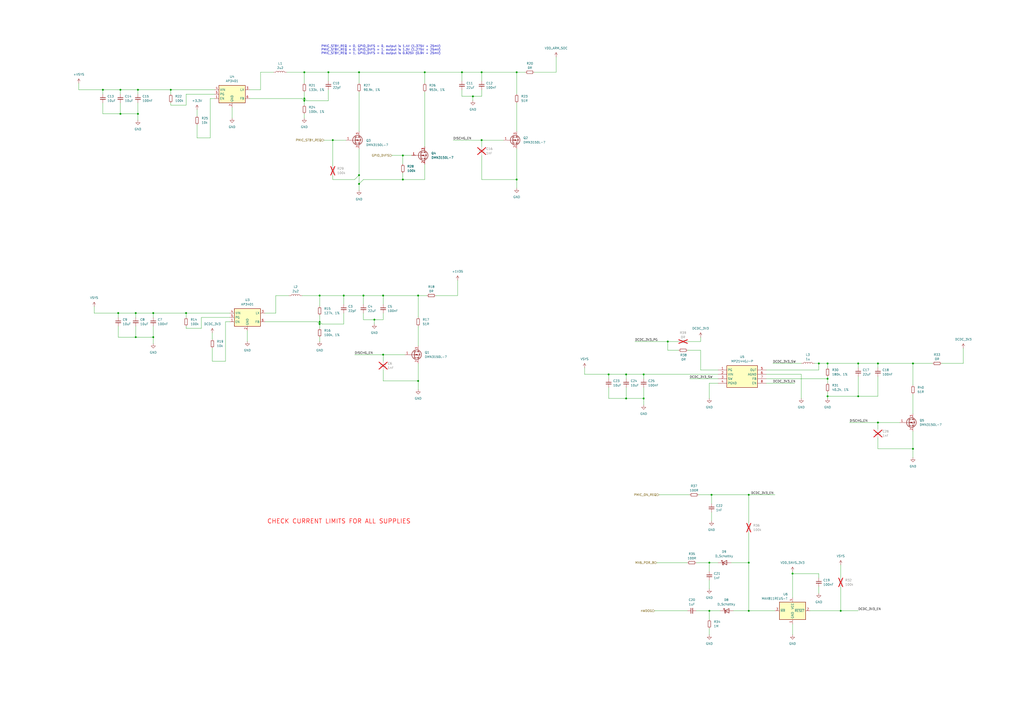
<source format=kicad_sch>
(kicad_sch (version 20250114) (generator "eeschema") (generator_version "9.0")
  (paper "A2")
  (lib_symbols
    (symbol "Device:C_Small" (pin_numbers (hide yes)) (pin_names (offset 0.254) (hide yes))
      (property "Reference" "C" (at 0.254 1.778 0))
      (property "Value" "C_Small" (at 0.254 -2.032 0))
      (symbol "C_Small_1_1"
        (pin passive line (at 0 2.54 270) (length 2.032) (name "~") (number "1"))
        (pin passive line (at 0 -2.54 90) (length 2.032) (name "~") (number "2"))
      )
    )
    (symbol "Device:D_Schottky" (pin_numbers (hide yes)) (pin_names (offset 1.016) (hide yes))
      (property "Reference" "D" (at 0 2.54 0))
      (property "Value" "D_Schottky" (at 0 -2.54 0))
      (symbol "D_Schottky_1_1"
        (pin passive line (at -3.81 0 0) (length 2.54) (name "K") (number "1"))
        (pin passive line (at 3.81 0 180) (length 2.54) (name "A") (number "2"))
      )
    )
    (symbol "Device:L" (pin_numbers (hide yes)) (pin_names (offset 1.016) (hide yes))
      (property "Reference" "L" (at -1.27 0 90))
      (property "Value" "L" (at 1.905 0 90))
      (symbol "L_1_1"
        (pin passive line (at 0 3.81 270) (length 1.27) (name "1") (number "1"))
        (pin passive line (at 0 -3.81 90) (length 1.27) (name "2") (number "2"))
      )
    )
    (symbol "Device:R_Small" (pin_numbers (hide yes)) (pin_names (offset 0.254) (hide yes))
      (property "Reference" "R" (at 0.762 0.508 0))
      (property "Value" "R_Small" (at 0.762 -1.016 0))
      (symbol "R_Small_1_1"
        (pin passive line (at 0 2.54 270) (length 0.762) (name "~") (number "1"))
        (pin passive line (at 0 -2.54 90) (length 0.762) (name "~") (number "2"))
      )
    )
    (symbol "NXP_SBC:MP2144GJ-P"
      (property "Reference" "U" (at 5.08 7.62 0))
      (property "Value" "MP2144GJ-P" (at 5.08 5.08 0))
      (symbol "MP2144GJ-P_1_1"
        (pin passive line (at 0 0 0) (length 5.08) (name "PG") (number "1"))
        (pin passive line (at 0 -2.54 0) (length 5.08) (name "VIN") (number "2"))
        (pin passive line (at 0 -5.08 0) (length 5.08) (name "SW") (number "3"))
        (pin passive line (at 0 -7.62 0) (length 5.08) (name "PGND") (number "4"))
        (pin passive line (at 27.94 0 180) (length 5.08) (name "OUT") (number "5"))
        (pin passive line (at 27.94 -2.54 180) (length 5.08) (name "AGND") (number "6"))
        (pin passive line (at 27.94 -5.08 180) (length 5.08) (name "FB") (number "7"))
        (pin passive line (at 27.94 -7.62 180) (length 5.08) (name "EN") (number "8"))
      )
    )
    (symbol "Power_Supervisor:MAX811REUS-T"
      (property "Reference" "U" (at -7.62 6.35 0))
      (property "Value" "MAX811REUS-T" (at 1.27 6.35 0))
      (symbol "MAX811REUS-T_1_1"
        (pin input line (at -10.16 0 0) (length 2.54) (name "~{MR}") (number "3"))
        (pin power_in line (at 0 7.62 270) (length 2.54) (name "VCC") (number "4"))
        (pin power_in line (at 0 -7.62 90) (length 2.54) (name "GND") (number "1"))
        (pin output line (at 10.16 0 180) (length 2.54) (name "~{RESET}") (number "2"))
      )
    )
    (symbol "Regulator_Switching:AP3402"
      (property "Reference" "U" (at -7.62 6.35 0))
      (property "Value" "AP3402" (at 5.08 6.35 0))
      (symbol "AP3402_1_1"
        (pin power_in line (at -10.16 2.54 0) (length 2.54) (name "VIN") (number "4"))
        (pin input line (at -10.16 0 0) (length 2.54) (name "PG") (number "5"))
        (pin input line (at -10.16 -2.54 0) (length 2.54) (name "EN") (number "1"))
        (pin power_in line (at 0 -7.62 90) (length 2.54) (name "GND") (number "2"))
        (pin power_out line (at 10.16 2.54 180) (length 2.54) (name "LX") (number "3"))
        (pin input line (at 10.16 -2.54 180) (length 2.54) (name "FB") (number "6"))
      )
    )
    (symbol "Transistor_FET:DMN3150L" (pin_names (hide yes))
      (property "Reference" "Q" (at 5.08 1.905 0))
      (property "Value" "DMN3150L" (at 5.08 0 0))
      (symbol "DMN3150L_1_1"
        (pin input line (at -5.08 0 0) (length 2.54) (name "G") (number "1"))
        (pin passive line (at 2.54 5.08 270) (length 2.54) (name "D") (number "3"))
        (pin passive line (at 2.54 -5.08 90) (length 2.54) (name "S") (number "2"))
      )
    )
    (symbol "power:+1V35" (power) (pin_numbers (hide yes)) (pin_names (offset 0) (hide yes))
      (property "Value" "+1V35" (at 0 3.556 0))
      (symbol "+1V35_1_1"
        (pin power_in line (at 0 0 90) (length 0) (name "~") (number "1"))
      )
    )
    (symbol "power:+3.3V" (power) (pin_numbers (hide yes)) (pin_names (offset 0) (hide yes))
      (property "Value" "+3.3V" (at 0 3.556 0))
      (symbol "+3.3V_1_1"
        (pin power_in line (at 0 0 90) (length 0) (name "~") (number "1"))
      )
    )
    (symbol "power:+VSW" (power) (pin_numbers (hide yes)) (pin_names (offset 0) (hide yes))
      (property "Value" "+VSW" (at 0 3.556 0))
      (symbol "+VSW_1_1"
        (pin power_in line (at 0 0 90) (length 0) (name "~") (number "1"))
      )
    )
    (symbol "power:GND" (power) (pin_numbers (hide yes)) (pin_names (offset 0) (hide yes))
      (property "Value" "GND" (at 0 -3.81 0))
      (symbol "GND_1_1"
        (pin power_in line (at 0 0 270) (length 0) (name "~") (number "1"))
      )
    )
  )
  (text "PMIC_STBY_REQ = 0, GPIO_DVFS = 0, output is 1.4V (1.375V + 25mV)\nPMIC_STBY_REQ = 0, GPIO_DVFS = 1, output is 1.3V (1.275V + 25mV)\nPMIC_STBY_REQ = 1, GPIO_DVFS = 0, output is 0.925V (0.9V + 25mV)" (at 220.98 28.956 0) (effects (font (size 1.27 1.27))))
  (text "CHECK CURRENT LIMITS FOR ALL SUPPLIES" (at 196.596 302.514 0) (effects (font (size 2.54 2.54) (thickness 0.254) (bold yes))))
  (junction (at 208.28 41.91))
  (junction (at 107.95 181.61))
  (junction (at 497.84 210.82))
  (junction (at 487.68 354.33))
  (junction (at 176.53 58.42))
  (junction (at 353.06 217.17))
  (junction (at 185.42 171.45))
  (junction (at 69.85 52.07))
  (junction (at 176.53 57.15))
  (junction (at 299.72 41.91))
  (junction (at 387.35 198.12))
  (junction (at 480.06 219.71))
  (junction (at 363.22 217.17))
  (junction (at 80.01 52.07))
  (junction (at 459.74 332.74))
  (junction (at 210.82 171.45))
  (junction (at 80.01 66.04))
  (junction (at 267.97 41.91))
  (junction (at 246.38 41.91))
  (junction (at 88.9 181.61))
  (junction (at 69.85 66.04))
  (junction (at 434.34 354.33))
  (junction (at 242.57 220.98))
  (junction (at 222.25 171.45))
  (junction (at 434.34 326.39))
  (junction (at 59.69 52.07))
  (junction (at 88.9 195.58))
  (junction (at 529.59 260.35))
  (junction (at 274.32 55.88))
  (junction (at 208.28 106.68))
  (junction (at 434.34 287.02))
  (junction (at 185.42 187.96))
  (junction (at 208.28 101.6))
  (junction (at 68.58 181.61))
  (junction (at 480.06 210.82))
  (junction (at 363.22 231.14))
  (junction (at 279.4 81.28))
  (junction (at 279.4 41.91))
  (junction (at 373.38 231.14))
  (junction (at 373.38 217.17))
  (junction (at 497.84 229.87))
  (junction (at 176.53 41.91))
  (junction (at 509.27 210.82))
  (junction (at 509.27 245.11))
  (junction (at 411.48 326.39))
  (junction (at 185.42 186.69))
  (junction (at 193.04 81.28))
  (junction (at 78.74 195.58))
  (junction (at 233.68 90.17))
  (junction (at 242.57 171.45))
  (junction (at 474.98 210.82))
  (junction (at 299.72 104.14))
  (junction (at 222.25 205.74))
  (junction (at 217.17 185.42))
  (junction (at 199.39 171.45))
  (junction (at 78.74 181.61))
  (junction (at 529.59 210.82))
  (junction (at 412.75 287.02))
  (junction (at 190.5 41.91))
  (junction (at 480.06 229.87))
  (junction (at 99.06 52.07))
  (junction (at 411.48 354.33))
  (junction (at 233.68 104.14))
  (wire (pts (xy 474.98 210.82) (xy 472.44 210.82)))
  (wire (pts (xy 151.13 41.91) (xy 151.13 52.07)))
  (wire (pts (xy 480.06 229.87) (xy 480.06 231.14)))
  (wire (pts (xy 160.02 171.45) (xy 160.02 181.61)))
  (wire (pts (xy 509.27 245.11) (xy 509.27 248.92)))
  (wire (pts (xy 116.84 190.5) (xy 116.84 184.15)))
  (wire (pts (xy 208.28 41.91) (xy 208.28 48.26)))
  (wire (pts (xy 78.74 189.23) (xy 78.74 195.58)))
  (wire (pts (xy 487.68 340.36) (xy 487.68 354.33)))
  (wire (pts (xy 208.28 41.91) (xy 190.5 41.91)))
  (wire (pts (xy 416.56 222.25) (xy 411.48 222.25)))
  (wire (pts (xy 406.4 198.12) (xy 406.4 195.58)))
  (wire (pts (xy 265.43 171.45) (xy 265.43 162.56)))
  (wire (pts (xy 492.76 245.11) (xy 509.27 245.11)))
  (wire (pts (xy 412.75 287.02) (xy 434.34 287.02)))
  (wire (pts (xy 186.69 187.96) (xy 185.42 186.69)))
  (wire (pts (xy 151.13 41.91) (xy 158.75 41.91)))
  (wire (pts (xy 558.8 210.82) (xy 558.8 201.93)))
  (wire (pts (xy 185.42 195.58) (xy 185.42 198.12)))
  (wire (pts (xy 45.72 48.26) (xy 45.72 52.07)))
  (wire (pts (xy 393.7 203.2) (xy 387.35 203.2)))
  (wire (pts (xy 88.9 181.61) (xy 107.95 181.61)))
  (wire (pts (xy 107.95 181.61) (xy 133.35 181.61)))
  (wire (pts (xy 509.27 260.35) (xy 529.59 260.35)))
  (wire (pts (xy 210.82 181.61) (xy 210.82 185.42)))
  (wire (pts (xy 246.38 53.34) (xy 246.38 85.09)))
  (wire (pts (xy 143.51 191.77) (xy 143.51 198.12)))
  (wire (pts (xy 80.01 66.04) (xy 80.01 69.85)))
  (wire (pts (xy 487.68 354.33) (xy 497.84 354.33)))
  (wire (pts (xy 199.39 187.96) (xy 186.69 187.96)))
  (wire (pts (xy 274.32 55.88) (xy 279.4 55.88)))
  (wire (pts (xy 529.59 210.82) (xy 529.59 223.52)))
  (wire (pts (xy 69.85 52.07) (xy 80.01 52.07)))
  (wire (pts (xy 210.82 171.45) (xy 199.39 171.45)))
  (wire (pts (xy 184.15 186.69) (xy 185.42 187.96)))
  (wire (pts (xy 246.38 104.14) (xy 233.68 104.14)))
  (wire (pts (xy 222.25 171.45) (xy 210.82 171.45)))
  (wire (pts (xy 133.35 186.69) (xy 130.81 186.69)))
  (wire (pts (xy 381 326.39) (xy 398.78 326.39)))
  (wire (pts (xy 373.38 217.17) (xy 373.38 219.71)))
  (wire (pts (xy 233.68 90.17) (xy 238.76 90.17)))
  (wire (pts (xy 459.74 332.74) (xy 474.98 332.74)))
  (wire (pts (xy 210.82 185.42) (xy 217.17 185.42)))
  (wire (pts (xy 227.33 90.17) (xy 233.68 90.17)))
  (wire (pts (xy 208.28 101.6) (xy 208.28 106.68)))
  (wire (pts (xy 222.25 205.74) (xy 222.25 209.55)))
  (wire (pts (xy 193.04 104.14) (xy 205.74 104.14)))
  (wire (pts (xy 121.92 57.15) (xy 121.92 80.01)))
  (wire (pts (xy 116.84 184.15) (xy 133.35 184.15)))
  (wire (pts (xy 353.06 224.79) (xy 353.06 231.14)))
  (wire (pts (xy 363.22 217.17) (xy 373.38 217.17)))
  (wire (pts (xy 412.75 287.02) (xy 412.75 292.1)))
  (wire (pts (xy 267.97 52.07) (xy 267.97 55.88)))
  (wire (pts (xy 434.34 308.61) (xy 434.34 326.39)))
  (wire (pts (xy 406.4 214.63) (xy 416.56 214.63)))
  (wire (pts (xy 107.95 189.23) (xy 107.95 190.5)))
  (wire (pts (xy 497.84 213.36) (xy 497.84 210.82)))
  (wire (pts (xy 69.85 52.07) (xy 69.85 54.61)))
  (wire (pts (xy 474.98 340.36) (xy 474.98 344.17)))
  (wire (pts (xy 54.61 181.61) (xy 68.58 181.61)))
  (wire (pts (xy 434.34 287.02) (xy 449.58 287.02)))
  (wire (pts (xy 185.42 177.8) (xy 185.42 171.45)))
  (wire (pts (xy 210.82 104.14) (xy 233.68 104.14)))
  (wire (pts (xy 412.75 297.18) (xy 412.75 302.26)))
  (wire (pts (xy 309.88 41.91) (xy 322.58 41.91)))
  (wire (pts (xy 160.02 171.45) (xy 167.64 171.45)))
  (wire (pts (xy 222.25 181.61) (xy 222.25 185.42)))
  (wire (pts (xy 459.74 361.95) (xy 459.74 368.3)))
  (wire (pts (xy 176.53 66.04) (xy 176.53 68.58)))
  (wire (pts (xy 403.86 354.33) (xy 411.48 354.33)))
  (wire (pts (xy 411.48 354.33) (xy 411.48 359.41)))
  (wire (pts (xy 279.4 52.07) (xy 279.4 55.88)))
  (wire (pts (xy 107.95 54.61) (xy 124.46 54.61)))
  (wire (pts (xy 45.72 52.07) (xy 59.69 52.07)))
  (wire (pts (xy 222.25 220.98) (xy 242.57 220.98)))
  (wire (pts (xy 425.45 354.33) (xy 434.34 354.33)))
  (wire (pts (xy 222.25 205.74) (xy 234.95 205.74)))
  (wire (pts (xy 267.97 46.99) (xy 267.97 41.91)))
  (wire (pts (xy 185.42 182.88) (xy 185.42 186.69)))
  (wire (pts (xy 509.27 210.82) (xy 497.84 210.82)))
  (wire (pts (xy 242.57 220.98) (xy 242.57 226.06)))
  (wire (pts (xy 68.58 181.61) (xy 78.74 181.61)))
  (wire (pts (xy 546.1 210.82) (xy 558.8 210.82)))
  (wire (pts (xy 175.26 57.15) (xy 176.53 58.42)))
  (wire (pts (xy 299.72 59.69) (xy 299.72 76.2)))
  (wire (pts (xy 509.27 218.44) (xy 509.27 229.87)))
  (wire (pts (xy 69.85 66.04) (xy 80.01 66.04)))
  (wire (pts (xy 199.39 181.61) (xy 199.39 187.96)))
  (wire (pts (xy 233.68 100.33) (xy 233.68 104.14)))
  (wire (pts (xy 279.4 90.17) (xy 279.4 104.14)))
  (wire (pts (xy 166.37 41.91) (xy 176.53 41.91)))
  (wire (pts (xy 88.9 181.61) (xy 88.9 184.15)))
  (wire (pts (xy 78.74 195.58) (xy 88.9 195.58)))
  (wire (pts (xy 210.82 176.53) (xy 210.82 171.45)))
  (wire (pts (xy 444.5 214.63) (xy 474.98 214.63)))
  (wire (pts (xy 134.62 62.23) (xy 134.62 68.58)))
  (wire (pts (xy 80.01 52.07) (xy 80.01 54.61)))
  (wire (pts (xy 210.82 104.14) (xy 208.28 106.68)))
  (wire (pts (xy 353.06 231.14) (xy 363.22 231.14)))
  (wire (pts (xy 88.9 195.58) (xy 88.9 199.39)))
  (wire (pts (xy 411.48 336.55) (xy 411.48 341.63)))
  (wire (pts (xy 242.57 189.23) (xy 242.57 200.66)))
  (wire (pts (xy 68.58 195.58) (xy 78.74 195.58)))
  (wire (pts (xy 497.84 218.44) (xy 497.84 229.87)))
  (wire (pts (xy 252.73 171.45) (xy 265.43 171.45)))
  (wire (pts (xy 246.38 95.25) (xy 246.38 104.14)))
  (wire (pts (xy 279.4 41.91) (xy 299.72 41.91)))
  (wire (pts (xy 123.19 209.55) (xy 123.19 201.93)))
  (wire (pts (xy 267.97 41.91) (xy 246.38 41.91)))
  (wire (pts (xy 339.09 217.17) (xy 353.06 217.17)))
  (wire (pts (xy 193.04 101.6) (xy 193.04 104.14)))
  (wire (pts (xy 497.84 229.87) (xy 480.06 229.87)))
  (wire (pts (xy 405.13 287.02) (xy 412.75 287.02)))
  (wire (pts (xy 382.27 287.02) (xy 400.05 287.02)))
  (wire (pts (xy 373.38 231.14) (xy 373.38 234.95)))
  (wire (pts (xy 339.09 213.36) (xy 339.09 217.17)))
  (wire (pts (xy 107.95 181.61) (xy 107.95 184.15)))
  (wire (pts (xy 279.4 46.99) (xy 279.4 41.91)))
  (wire (pts (xy 444.5 219.71) (xy 480.06 219.71)))
  (wire (pts (xy 176.53 58.42) (xy 176.53 60.96)))
  (wire (pts (xy 299.72 41.91) (xy 299.72 54.61)))
  (wire (pts (xy 322.58 41.91) (xy 322.58 33.02)))
  (wire (pts (xy 114.3 80.01) (xy 114.3 72.39)))
  (wire (pts (xy 373.38 224.79) (xy 373.38 231.14)))
  (wire (pts (xy 175.26 171.45) (xy 185.42 171.45)))
  (wire (pts (xy 114.3 63.5) (xy 114.3 67.31)))
  (wire (pts (xy 363.22 224.79) (xy 363.22 231.14)))
  (wire (pts (xy 68.58 181.61) (xy 68.58 184.15)))
  (wire (pts (xy 107.95 60.96) (xy 107.95 54.61)))
  (wire (pts (xy 222.25 176.53) (xy 222.25 171.45)))
  (wire (pts (xy 400.05 219.71) (xy 416.56 219.71)))
  (wire (pts (xy 509.27 254) (xy 509.27 260.35)))
  (wire (pts (xy 487.68 327.66) (xy 487.68 335.28)))
  (wire (pts (xy 279.4 81.28) (xy 279.4 85.09)))
  (wire (pts (xy 185.42 187.96) (xy 185.42 190.5)))
  (wire (pts (xy 59.69 66.04) (xy 69.85 66.04)))
  (wire (pts (xy 121.92 80.01) (xy 114.3 80.01)))
  (wire (pts (xy 353.06 217.17) (xy 353.06 219.71)))
  (wire (pts (xy 387.35 198.12) (xy 393.7 198.12)))
  (wire (pts (xy 373.38 217.17) (xy 416.56 217.17)))
  (wire (pts (xy 242.57 210.82) (xy 242.57 220.98)))
  (wire (pts (xy 497.84 210.82) (xy 480.06 210.82)))
  (wire (pts (xy 99.06 60.96) (xy 107.95 60.96)))
  (wire (pts (xy 444.5 222.25) (xy 461.01 222.25)))
  (wire (pts (xy 368.3 198.12) (xy 387.35 198.12)))
  (wire (pts (xy 176.53 48.26) (xy 176.53 41.91)))
  (wire (pts (xy 509.27 210.82) (xy 529.59 210.82)))
  (wire (pts (xy 480.06 219.71) (xy 480.06 222.25)))
  (wire (pts (xy 459.74 331.47) (xy 459.74 332.74)))
  (wire (pts (xy 529.59 250.19) (xy 529.59 260.35)))
  (wire (pts (xy 509.27 245.11) (xy 521.97 245.11)))
  (wire (pts (xy 160.02 181.61) (xy 153.67 181.61)))
  (wire (pts (xy 124.46 57.15) (xy 121.92 57.15)))
  (wire (pts (xy 387.35 203.2) (xy 387.35 198.12)))
  (wire (pts (xy 217.17 187.96) (xy 217.17 185.42)))
  (wire (pts (xy 59.69 52.07) (xy 59.69 54.61)))
  (wire (pts (xy 177.8 58.42) (xy 176.53 57.15)))
  (wire (pts (xy 99.06 52.07) (xy 124.46 52.07)))
  (wire (pts (xy 190.5 58.42) (xy 177.8 58.42)))
  (wire (pts (xy 99.06 52.07) (xy 99.06 54.61)))
  (wire (pts (xy 233.68 90.17) (xy 233.68 95.25)))
  (wire (pts (xy 123.19 193.04) (xy 123.19 196.85)))
  (wire (pts (xy 487.68 354.33) (xy 469.9 354.33)))
  (wire (pts (xy 68.58 189.23) (xy 68.58 195.58)))
  (wire (pts (xy 208.28 86.36) (xy 208.28 101.6)))
  (wire (pts (xy 222.25 214.63) (xy 222.25 220.98)))
  (wire (pts (xy 193.04 81.28) (xy 200.66 81.28)))
  (wire (pts (xy 208.28 53.34) (xy 208.28 76.2)))
  (wire (pts (xy 130.81 209.55) (xy 123.19 209.55)))
  (wire (pts (xy 199.39 171.45) (xy 185.42 171.45)))
  (wire (pts (xy 411.48 364.49) (xy 411.48 368.3)))
  (wire (pts (xy 459.74 332.74) (xy 459.74 346.71)))
  (wire (pts (xy 80.01 52.07) (xy 99.06 52.07)))
  (wire (pts (xy 434.34 303.53) (xy 434.34 287.02)))
  (wire (pts (xy 398.78 198.12) (xy 406.4 198.12)))
  (wire (pts (xy 59.69 59.69) (xy 59.69 66.04)))
  (wire (pts (xy 80.01 59.69) (xy 80.01 66.04)))
  (wire (pts (xy 480.06 227.33) (xy 480.06 229.87)))
  (wire (pts (xy 78.74 181.61) (xy 78.74 184.15)))
  (wire (pts (xy 529.59 260.35) (xy 529.59 265.43)))
  (wire (pts (xy 217.17 185.42) (xy 222.25 185.42)))
  (wire (pts (xy 363.22 217.17) (xy 363.22 219.71)))
  (wire (pts (xy 190.5 52.07) (xy 190.5 58.42)))
  (wire (pts (xy 279.4 41.91) (xy 267.97 41.91)))
  (wire (pts (xy 151.13 52.07) (xy 144.78 52.07)))
  (wire (pts (xy 411.48 326.39) (xy 416.56 326.39)))
  (wire (pts (xy 208.28 106.68) (xy 208.28 110.49)))
  (wire (pts (xy 199.39 176.53) (xy 199.39 171.45)))
  (wire (pts (xy 480.06 213.36) (xy 480.06 210.82)))
  (wire (pts (xy 403.86 326.39) (xy 411.48 326.39)))
  (wire (pts (xy 69.85 59.69) (xy 69.85 66.04)))
  (wire (pts (xy 59.69 52.07) (xy 69.85 52.07)))
  (wire (pts (xy 185.42 186.69) (xy 185.42 187.96)))
  (wire (pts (xy 78.74 181.61) (xy 88.9 181.61)))
  (wire (pts (xy 411.48 222.25) (xy 411.48 231.14)))
  (wire (pts (xy 444.5 217.17) (xy 464.82 217.17)))
  (wire (pts (xy 474.98 332.74) (xy 474.98 335.28)))
  (wire (pts (xy 267.97 55.88) (xy 274.32 55.88)))
  (wire (pts (xy 448.31 210.82) (xy 464.82 210.82)))
  (wire (pts (xy 464.82 217.17) (xy 464.82 231.14)))
  (wire (pts (xy 99.06 59.69) (xy 99.06 60.96)))
  (wire (pts (xy 242.57 171.45) (xy 242.57 184.15)))
  (wire (pts (xy 411.48 326.39) (xy 411.48 331.47)))
  (wire (pts (xy 474.98 214.63) (xy 474.98 210.82)))
  (wire (pts (xy 190.5 46.99) (xy 190.5 41.91)))
  (wire (pts (xy 246.38 41.91) (xy 246.38 48.26)))
  (wire (pts (xy 379.73 354.33) (xy 398.78 354.33)))
  (wire (pts (xy 130.81 186.69) (xy 130.81 209.55)))
  (wire (pts (xy 299.72 86.36) (xy 299.72 104.14)))
  (wire (pts (xy 299.72 41.91) (xy 304.8 41.91)))
  (wire (pts (xy 363.22 231.14) (xy 373.38 231.14)))
  (wire (pts (xy 54.61 177.8) (xy 54.61 181.61)))
  (wire (pts (xy 529.59 228.6) (xy 529.59 240.03)))
  (wire (pts (xy 262.89 81.28) (xy 279.4 81.28)))
  (wire (pts (xy 208.28 41.91) (xy 246.38 41.91)))
  (wire (pts (xy 153.67 186.69) (xy 184.15 186.69)))
  (wire (pts (xy 187.96 81.28) (xy 193.04 81.28)))
  (wire (pts (xy 480.06 218.44) (xy 480.06 219.71)))
  (wire (pts (xy 480.06 210.82) (xy 474.98 210.82)))
  (wire (pts (xy 144.78 57.15) (xy 175.26 57.15)))
  (wire (pts (xy 434.34 326.39) (xy 434.34 354.33)))
  (wire (pts (xy 190.5 41.91) (xy 176.53 41.91)))
  (wire (pts (xy 176.53 53.34) (xy 176.53 57.15)))
  (wire (pts (xy 509.27 229.87) (xy 497.84 229.87)))
  (wire (pts (xy 107.95 190.5) (xy 116.84 190.5)))
  (wire (pts (xy 205.74 104.14) (xy 208.28 101.6)))
  (wire (pts (xy 509.27 213.36) (xy 509.27 210.82)))
  (wire (pts (xy 176.53 57.15) (xy 176.53 58.42)))
  (wire (pts (xy 424.18 326.39) (xy 434.34 326.39)))
  (wire (pts (xy 242.57 171.45) (xy 247.65 171.45)))
  (wire (pts (xy 406.4 203.2) (xy 406.4 214.63)))
  (wire (pts (xy 299.72 104.14) (xy 299.72 109.22)))
  (wire (pts (xy 222.25 171.45) (xy 242.57 171.45)))
  (wire (pts (xy 193.04 81.28) (xy 193.04 96.52)))
  (wire (pts (xy 398.78 203.2) (xy 406.4 203.2)))
  (wire (pts (xy 279.4 81.28) (xy 292.1 81.28)))
  (wire (pts (xy 434.34 354.33) (xy 449.58 354.33)))
  (wire (pts (xy 205.74 205.74) (xy 222.25 205.74)))
  (wire (pts (xy 529.59 210.82) (xy 541.02 210.82)))
  (wire (pts (xy 274.32 58.42) (xy 274.32 55.88)))
  (wire (pts (xy 279.4 104.14) (xy 299.72 104.14)))
  (wire (pts (xy 411.48 354.33) (xy 417.83 354.33)))
  (wire (pts (xy 353.06 217.17) (xy 363.22 217.17)))
  (wire (pts (xy 88.9 189.23) (xy 88.9 195.58)))
  (label "DCDC_3V3_PG" (at 368.3 198.12 0))
  (label "DCDC_3V3_SW" (at 448.31 210.82 0))
  (label "DISCHG_EN" (at 492.76 245.11 0))
  (label "DISCHG_EN" (at 205.74 205.74 0))
  (label "DCDC_3V3_SW" (at 400.05 219.71 0))
  (label "DCDC_3V3_EN" (at 448.31 222.25 0))
  (label "DCDC_3V3_EN" (at 497.84 354.33 0))
  (label "DCDC_3V3_EN" (at 435.61 287.02 0))
  (label "DISCHG_EN" (at 262.89 81.28 0))
  (hierarchical_label "MX6_POR_B" (shape input) (at 381 326.39 180))
  (hierarchical_label "GPIO_DVFS" (shape input) (at 227.33 90.17 180))
  (hierarchical_label "PMIC_STBY_REQ" (shape input) (at 187.96 81.28 180))
  (hierarchical_label "nWDOG" (shape input) (at 379.73 354.33 180))
  (hierarchical_label "PMIC_ON_REQ" (shape input) (at 382.27 287.02 180))
  (symbol (lib_id "power:+VSW") (at 339.09 213.36 0) (unit 1)
    (property "Reference" "#PWR047" (effects (hide yes)))
    (property "Value" "VSYS" (at 339.09 208.28 0))
    (property "Description" "Power symbol creates a global label with name \"+VSW\"" (effects (hide yes)))
  )
  (symbol (lib_id "Device:C_Small") (at 363.22 222.25 0) (unit 1)
    (property "Reference" "C24" (at 365.76 220.9862 0) (effects (justify left)))
    (property "Value" "10uF" (at 365.76 223.5262 0) (effects (justify left)))
    (property "Footprint" "Capacitor_SMD:C_0603_1608Metric_Pad1.08x0.95mm_HandSolder" (effects (hide yes)))
    (property "Description" "Unpolarized capacitor, small symbol" (effects (hide yes)))
  )
  (symbol (lib_id "Device:C_Small") (at 373.38 222.25 0) (unit 1)
    (property "Reference" "C25" (at 375.92 220.9862 0) (effects (justify left)))
    (property "Value" "100nF" (at 375.92 223.5262 0) (effects (justify left)))
    (property "Footprint" "Capacitor_SMD:C_0603_1608Metric_Pad1.08x0.95mm_HandSolder" (effects (hide yes)))
    (property "Description" "Unpolarized capacitor, small symbol" (effects (hide yes)))
  )
  (symbol (lib_id "Regulator_Switching:AP3402") (at 143.51 184.15 0) (unit 1)
    (property "Reference" "U3" (at 143.51 173.99 0))
    (property "Value" "AP3401" (at 143.51 176.53 0))
    (property "Footprint" "Package_TO_SOT_SMD:TSOT-23-6" (effects (hide yes)))
    (property "Datasheet" "https://www.diodes.com/assets/Datasheets/AP3401.pdf" (effects (hide yes)))
    (property "Description" "1.5MHz 1A Step-Down DC-DC Buck Converter, TSOT-23-6" (effects (hide yes)))
  )
  (symbol (lib_id "Transistor_FET:DMN3150L") (at 205.74 81.28 0) (unit 1)
    (property "Reference" "Q3" (at 212.344 81.534 0) (effects (justify left)))
    (property "Value" "DMN3150L-7" (at 212.344 84.074 0) (effects (justify left)))
    (property "Footprint" "Package_TO_SOT_SMD:SOT-23" (effects (hide yes)))
    (property "Datasheet" "http://www.diodes.com/assets/Datasheets/ds31126.pdf" (effects (hide yes)))
    (property "Description" "3.8A Id, 30V Vds, N-Channel MOSFET, SOT-23" (effects (hide yes)))
    (property "OC_Mouser" "621-DMN3150L-7" (effects (hide yes)))
  )
  (symbol (lib_id "power:GND") (at 88.9 199.39 0) (unit 1)
    (property "Reference" "#PWR025" (effects (hide yes)))
    (property "Value" "GND" (at 88.9 204.47 0))
    (property "Description" "Power symbol creates a global label with name \"GND\" , ground" (effects (hide yes)))
  )
  (symbol (lib_id "Device:C_Small") (at 353.06 222.25 0) (unit 1)
    (property "Reference" "C23" (at 355.6 220.9862 0) (effects (justify left)))
    (property "Value" "10uF" (at 355.6 223.5262 0) (effects (justify left)))
    (property "Footprint" "Capacitor_SMD:C_0603_1608Metric_Pad1.08x0.95mm_HandSolder" (effects (hide yes)))
    (property "Description" "Unpolarized capacitor, small symbol" (effects (hide yes)))
  )
  (symbol (lib_id "power:GND") (at 411.48 368.3 0) (unit 1)
    (property "Reference" "#PWR043" (effects (hide yes)))
    (property "Value" "GND" (at 411.48 373.38 0))
    (property "Description" "Power symbol creates a global label with name \"GND\" , ground" (effects (hide yes)))
  )
  (symbol (lib_id "Device:C_Small") (at 59.69 57.15 0) (unit 1)
    (property "Reference" "C13" (at 62.23 55.8862 0) (effects (justify left)))
    (property "Value" "10uF" (at 62.23 58.4262 0) (effects (justify left)))
    (property "Footprint" "Capacitor_SMD:C_0603_1608Metric_Pad1.08x0.95mm_HandSolder" (effects (hide yes)))
    (property "Description" "Unpolarized capacitor, small symbol" (effects (hide yes)))
  )
  (symbol (lib_id "power:GND") (at 176.53 68.58 0) (unit 1)
    (property "Reference" "#PWR032" (effects (hide yes)))
    (property "Value" "GND" (at 176.53 73.66 0))
    (property "Description" "Power symbol creates a global label with name \"GND\" , ground" (effects (hide yes)))
  )
  (symbol (lib_id "Device:R_Small") (at 529.59 226.06 0) (unit 1)
    (property "Reference" "R40" (at 532.13 224.7899 0) (effects (justify left)))
    (property "Value" "51R" (at 532.13 227.3299 0) (effects (justify left)))
    (property "Footprint" "Resistor_SMD:R_0603_1608Metric" (effects (hide yes)))
    (property "Description" "Resistor, small symbol" (effects (hide yes)))
  )
  (symbol (lib_id "Transistor_FET:DMN3150L") (at 240.03 205.74 0) (unit 1)
    (property "Reference" "Q1" (at 246.38 204.4699 0) (effects (justify left)))
    (property "Value" "DMN3150L-7" (at 246.38 207.0099 0) (effects (justify left)))
    (property "Footprint" "Package_TO_SOT_SMD:SOT-23" (effects (hide yes)))
    (property "Datasheet" "http://www.diodes.com/assets/Datasheets/ds31126.pdf" (effects (hide yes)))
    (property "Description" "3.8A Id, 30V Vds, N-Channel MOSFET, SOT-23" (effects (hide yes)))
    (property "OC_Mouser" "621-DMN3150L-7" (effects (hide yes)))
  )
  (symbol (lib_id "Device:C_Small") (at 88.9 186.69 0) (unit 1)
    (property "Reference" "C7" (at 91.44 185.4262 0) (effects (justify left)))
    (property "Value" "100nF" (at 91.44 187.9662 0) (effects (justify left)))
    (property "Footprint" "Capacitor_SMD:C_0603_1608Metric_Pad1.08x0.95mm_HandSolder" (effects (hide yes)))
    (property "Description" "Unpolarized capacitor, small symbol" (effects (hide yes)))
  )
  (symbol (lib_id "Device:D_Schottky") (at 421.64 354.33 0) (unit 1)
    (property "Reference" "D8" (at 421.3225 347.98 0))
    (property "Value" "D_Schottky" (at 421.3225 350.52 0))
    (property "Footprint" "Diode_SMD:D_0603_1608Metric_Pad1.05x0.95mm_HandSolder" (effects (hide yes)))
    (property "Description" "Schottky diode" (effects (hide yes)))
  )
  (symbol (lib_id "Device:R_Small") (at 176.53 50.8 0) (unit 1)
    (property "Reference" "R21" (at 179.07 49.5299 0) (effects (justify left)))
    (property "Value" "133k, 1%" (at 179.07 52.0699 0) (effects (justify left)))
    (property "Footprint" "Resistor_SMD:R_0603_1608Metric" (effects (hide yes)))
    (property "Description" "Resistor, small symbol" (effects (hide yes)))
  )
  (symbol (lib_id "Device:R_Small") (at 434.34 306.07 0) (unit 1) (dnp yes)
    (property "Reference" "R36" (at 436.88 304.7999 0) (effects (justify left)))
    (property "Value" "100k" (at 436.88 307.3399 0) (effects (justify left)))
    (property "Footprint" "Resistor_SMD:R_0603_1608Metric" (effects (hide yes)))
    (property "Description" "Resistor, small symbol" (effects (hide yes)))
  )
  (symbol (lib_id "Device:R_Small") (at 480.06 215.9 0) (unit 1)
    (property "Reference" "R30" (at 482.6 214.6299 0) (effects (justify left)))
    (property "Value" "180k, 1%" (at 482.6 217.1699 0) (effects (justify left)))
    (property "Footprint" "Resistor_SMD:R_0603_1608Metric" (effects (hide yes)))
    (property "Description" "Resistor, small symbol" (effects (hide yes)))
  )
  (symbol (lib_id "Device:D_Schottky") (at 420.37 326.39 0) (unit 1)
    (property "Reference" "D9" (at 420.0525 320.04 0))
    (property "Value" "D_Schottky" (at 420.0525 322.58 0))
    (property "Footprint" "Diode_SMD:D_0603_1608Metric_Pad1.05x0.95mm_HandSolder" (effects (hide yes)))
    (property "Description" "Schottky diode" (effects (hide yes)))
  )
  (symbol (lib_id "power:+VSW") (at 487.68 327.66 0) (unit 1)
    (property "Reference" "#PWR044" (effects (hide yes)))
    (property "Value" "VSYS" (at 487.68 322.58 0))
    (property "Description" "Power symbol creates a global label with name \"+VSW\"" (effects (hide yes)))
  )
  (symbol (lib_id "Device:C_Small") (at 222.25 179.07 0) (unit 1)
    (property "Reference" "C5" (at 224.79 177.8062 0) (effects (justify left)))
    (property "Value" "100nF" (at 224.79 180.3462 0) (effects (justify left)))
    (property "Footprint" "Capacitor_SMD:C_0603_1608Metric_Pad1.08x0.95mm_HandSolder" (effects (hide yes)))
    (property "Description" "Unpolarized capacitor, small symbol" (effects (hide yes)))
  )
  (symbol (lib_id "power:GND") (at 80.01 69.85 0) (unit 1)
    (property "Reference" "#PWR033" (effects (hide yes)))
    (property "Value" "GND" (at 80.01 74.93 0))
    (property "Description" "Power symbol creates a global label with name \"GND\" , ground" (effects (hide yes)))
  )
  (symbol (lib_id "Device:C_Small") (at 279.4 49.53 0) (unit 1)
    (property "Reference" "C12" (at 281.94 48.2662 0) (effects (justify left)))
    (property "Value" "100nF" (at 281.94 50.8062 0) (effects (justify left)))
    (property "Footprint" "Capacitor_SMD:C_0603_1608Metric_Pad1.08x0.95mm_HandSolder" (effects (hide yes)))
    (property "Description" "Unpolarized capacitor, small symbol" (effects (hide yes)))
  )
  (symbol (lib_id "power:GND") (at 134.62 68.58 0) (unit 1)
    (property "Reference" "#PWR031" (effects (hide yes)))
    (property "Value" "GND" (at 134.62 73.66 0))
    (property "Description" "Power symbol creates a global label with name \"GND\" , ground" (effects (hide yes)))
  )
  (symbol (lib_id "power:GND") (at 185.42 198.12 0) (unit 1)
    (property "Reference" "#PWR020" (effects (hide yes)))
    (property "Value" "GND" (at 185.42 203.2 0))
    (property "Description" "Power symbol creates a global label with name \"GND\" , ground" (effects (hide yes)))
  )
  (symbol (lib_id "Device:R_Small") (at 250.19 171.45 90) (unit 1)
    (property "Reference" "R18" (at 250.19 166.37 90))
    (property "Value" "0R" (at 250.19 168.91 90))
    (property "Footprint" "Resistor_SMD:R_0603_1608Metric" (effects (hide yes)))
    (property "Description" "Resistor, small symbol" (effects (hide yes)))
  )
  (symbol (lib_id "power:GND") (at 412.75 302.26 0) (unit 1)
    (property "Reference" "#PWR046" (effects (hide yes)))
    (property "Value" "GND" (at 412.75 307.34 0))
    (property "Description" "Power symbol creates a global label with name \"GND\" , ground" (effects (hide yes)))
  )
  (symbol (lib_id "Device:C_Small") (at 199.39 179.07 0) (unit 1)
    (property "Reference" "C3" (at 201.93 177.8062 0) (effects (justify left)))
    (property "Value" "22pF" (at 201.93 180.3462 0) (effects (justify left)))
    (property "Footprint" "Capacitor_SMD:C_0603_1608Metric_Pad1.08x0.95mm_HandSolder" (effects (hide yes)))
    (property "Description" "Unpolarized capacitor, small symbol" (effects (hide yes)))
  )
  (symbol (lib_id "power:GND") (at 242.57 226.06 0) (unit 1)
    (property "Reference" "#PWR023" (effects (hide yes)))
    (property "Value" "GND" (at 242.57 231.14 0))
    (property "Description" "Power symbol creates a global label with name \"GND\" , ground" (effects (hide yes)))
  )
  (symbol (lib_id "Device:C_Small") (at 80.01 57.15 0) (unit 1)
    (property "Reference" "C15" (at 82.55 55.8862 0) (effects (justify left)))
    (property "Value" "100nF" (at 82.55 58.4262 0) (effects (justify left)))
    (property "Footprint" "Capacitor_SMD:C_0603_1608Metric_Pad1.08x0.95mm_HandSolder" (effects (hide yes)))
    (property "Description" "Unpolarized capacitor, small symbol" (effects (hide yes)))
  )
  (symbol (lib_id "Device:R_Small") (at 107.95 186.69 0) (unit 1)
    (property "Reference" "R14" (at 110.49 185.4199 0) (effects (justify left)))
    (property "Value" "100k" (at 110.49 187.9599 0) (effects (justify left)))
    (property "Footprint" "Resistor_SMD:R_0603_1608Metric" (effects (hide yes)))
    (property "Description" "Resistor, small symbol" (effects (hide yes)))
  )
  (symbol (lib_id "Transistor_FET:DMN3150L") (at 527.05 245.11 0) (unit 1)
    (property "Reference" "Q5" (at 533.4 243.8399 0) (effects (justify left)))
    (property "Value" "DMN3150L-7" (at 533.4 246.3799 0) (effects (justify left)))
    (property "Footprint" "Package_TO_SOT_SMD:SOT-23" (effects (hide yes)))
    (property "Datasheet" "http://www.diodes.com/assets/Datasheets/ds31126.pdf" (effects (hide yes)))
    (property "Description" "3.8A Id, 30V Vds, N-Channel MOSFET, SOT-23" (effects (hide yes)))
    (property "OC_Mouser" "621-DMN3150L-7" (effects (hide yes)))
  )
  (symbol (lib_id "NXP_SBC:MP2144GJ-P") (at 416.56 214.63 0) (unit 1)
    (property "Reference" "U5" (at 430.53 207.01 0))
    (property "Value" "MP2144GJ-P" (at 430.53 209.55 0))
    (property "Footprint" "NXP_SBC:SOT65P280X100-8N" (effects (hide yes)))
    (property "Datasheet" "http://www.monolithicpower.com/DesktopModules/DocumentManage/API/Document/GetDocument?id=522" (effects (hide yes)))
    (property "Description" "Monolithic Power Systems (MPS), MP2144GJ-P Step-Down Switching Regulator 2A Adjustable, Minimum of 0.6 V, 8-Pin TSOT-23" (effects (hide yes)))
    (property "Height" "1" (effects (hide yes)))
    (property "Mouser Part Number" "946-MP2144GJP" (effects (hide yes)))
    (property "Mouser Price/Stock" "https://www.mouser.co.uk/ProductDetail/Monolithic-Power-Systems-MPS/MP2144GJ-P?qs=Iq7RKQRjpgoW7cEm9TP09w%3D%3D" (effects (hide yes)))
    (property "Manufacturer_Name" "Monolithic Power Systems (MPS)" (effects (hide yes)))
    (property "Manufacturer_Part_Number" "MP2144GJ-P" (effects (hide yes)))
  )
  (symbol (lib_id "Device:R_Small") (at 123.19 199.39 0) (unit 1)
    (property "Reference" "R19" (at 125.73 198.1199 0) (effects (justify left)))
    (property "Value" "10k" (at 125.73 200.6599 0) (effects (justify left)))
    (property "Footprint" "Resistor_SMD:R_0603_1608Metric" (effects (hide yes)))
    (property "Description" "Resistor, small symbol" (effects (hide yes)))
  )
  (symbol (lib_id "Device:C_Small") (at 497.84 215.9 0) (unit 1)
    (property "Reference" "C17" (at 500.38 214.6362 0) (effects (justify left)))
    (property "Value" "22uF" (at 500.38 217.1762 0) (effects (justify left)))
    (property "Footprint" "Capacitor_SMD:C_0603_1608Metric_Pad1.08x0.95mm_HandSolder" (effects (hide yes)))
    (property "Description" "Unpolarized capacitor, small symbol" (effects (hide yes)))
  )
  (symbol (lib_id "power:+1V35") (at 459.74 331.47 0) (unit 1)
    (property "Reference" "#PWR039" (effects (hide yes)))
    (property "Value" "VDD_SNVS_3V3" (at 459.74 326.39 0))
    (property "Description" "Power symbol creates a global label with name \"+1V35\"" (effects (hide yes)))
  )
  (symbol (lib_id "Device:R_Small") (at 193.04 99.06 0) (unit 1) (dnp yes)
    (property "Reference" "R29" (at 195.58 97.7899 0) (effects (justify left)))
    (property "Value" "100k" (at 195.58 100.3299 0) (effects (justify left)))
    (property "Footprint" "Resistor_SMD:R_0603_1608Metric" (effects (hide yes)))
    (property "Description" "Resistor, small symbol" (effects (hide yes)))
  )
  (symbol (lib_id "power:GND") (at 480.06 231.14 0) (unit 1)
    (property "Reference" "#PWR036" (effects (hide yes)))
    (property "Value" "GND" (at 480.06 236.22 0))
    (property "Description" "Power symbol creates a global label with name \"GND\" , ground" (effects (hide yes)))
  )
  (symbol (lib_id "power:GND") (at 474.98 344.17 0) (unit 1)
    (property "Reference" "#PWR041" (effects (hide yes)))
    (property "Value" "GND" (at 474.98 349.25 0))
    (property "Description" "Power symbol creates a global label with name \"GND\" , ground" (effects (hide yes)))
  )
  (symbol (lib_id "Transistor_FET:DMN3150L") (at 297.18 81.28 0) (unit 1)
    (property "Reference" "Q2" (at 303.53 80.0099 0) (effects (justify left)))
    (property "Value" "DMN3150L-7" (at 303.53 82.5499 0) (effects (justify left)))
    (property "Footprint" "Package_TO_SOT_SMD:SOT-23" (effects (hide yes)))
    (property "Datasheet" "http://www.diodes.com/assets/Datasheets/ds31126.pdf" (effects (hide yes)))
    (property "Description" "3.8A Id, 30V Vds, N-Channel MOSFET, SOT-23" (effects (hide yes)))
    (property "OC_Mouser" "621-DMN3150L-7" (effects (hide yes)))
  )
  (symbol (lib_id "Device:C_Small") (at 279.4 87.63 0) (unit 1) (dnp yes)
    (property "Reference" "C16" (at 281.94 86.3662 0) (effects (justify left)))
    (property "Value" "1nF" (at 281.94 88.9062 0) (effects (justify left)))
    (property "Footprint" "Capacitor_SMD:C_0603_1608Metric_Pad1.08x0.95mm_HandSolder" (effects (hide yes)))
    (property "Description" "Unpolarized capacitor, small symbol" (effects (hide yes)))
  )
  (symbol (lib_id "Device:R_Small") (at 246.38 50.8 0) (unit 1)
    (property "Reference" "R26" (at 248.92 49.5299 0) (effects (justify left)))
    (property "Value" "953k, 1%" (at 248.92 52.0699 0) (effects (justify left)))
    (property "Footprint" "Resistor_SMD:R_0603_1608Metric" (effects (hide yes)))
    (property "Description" "Resistor, small symbol" (effects (hide yes)))
  )
  (symbol (lib_id "Device:R_Small") (at 185.42 193.04 0) (unit 1)
    (property "Reference" "R16" (at 187.96 191.7699 0) (effects (justify left)))
    (property "Value" "100k, 1%" (at 187.96 194.3099 0) (effects (justify left)))
    (property "Footprint" "Resistor_SMD:R_0603_1608Metric" (effects (hide yes)))
    (property "Description" "Resistor, small symbol" (effects (hide yes)))
  )
  (symbol (lib_id "Device:R_Small") (at 401.32 326.39 90) (unit 1)
    (property "Reference" "R35" (at 401.32 321.31 90))
    (property "Value" "100R" (at 401.32 323.85 90))
    (property "Footprint" "Resistor_SMD:R_0603_1608Metric" (effects (hide yes)))
    (property "Description" "Resistor, small symbol" (effects (hide yes)))
  )
  (symbol (lib_id "Device:C_Small") (at 412.75 294.64 180) (unit 1)
    (property "Reference" "C22" (at 415.29 293.3635 0) (effects (justify right)))
    (property "Value" "1nF" (at 415.29 295.9035 0) (effects (justify right)))
    (property "Footprint" "Capacitor_SMD:C_0603_1608Metric_Pad1.08x0.95mm_HandSolder" (effects (hide yes)))
    (property "Description" "Unpolarized capacitor, small symbol" (effects (hide yes)))
  )
  (symbol (lib_id "Device:R_Small") (at 402.59 287.02 90) (unit 1)
    (property "Reference" "R37" (at 402.59 281.94 90))
    (property "Value" "100R" (at 402.59 284.48 90))
    (property "Footprint" "Resistor_SMD:R_0603_1608Metric" (effects (hide yes)))
    (property "Description" "Resistor, small symbol" (effects (hide yes)))
  )
  (symbol (lib_id "Device:C_Small") (at 401.32 354.33 90) (unit 1)
    (property "Reference" "C20" (at 401.3263 347.98 90))
    (property "Value" "1uF" (at 401.3263 350.52 90))
    (property "Footprint" "Capacitor_SMD:C_0603_1608Metric_Pad1.08x0.95mm_HandSolder" (effects (hide yes)))
    (property "Description" "Unpolarized capacitor, small symbol" (effects (hide yes)))
  )
  (symbol (lib_id "Device:R_Small") (at 396.24 198.12 90) (unit 1) (dnp yes)
    (property "Reference" "R39" (at 396.24 193.04 90))
    (property "Value" "0R" (at 396.24 195.58 90))
    (property "Footprint" "Resistor_SMD:R_0603_1608Metric" (effects (hide yes)))
    (property "Description" "Resistor, small symbol" (effects (hide yes)))
  )
  (symbol (lib_id "Regulator_Switching:AP3402") (at 134.62 54.61 0) (unit 1)
    (property "Reference" "U4" (at 134.62 44.45 0))
    (property "Value" "AP3401" (at 134.62 46.99 0))
    (property "Footprint" "Package_TO_SOT_SMD:TSOT-23-6" (effects (hide yes)))
    (property "Datasheet" "https://www.diodes.com/assets/Datasheets/AP3401.pdf" (effects (hide yes)))
    (property "Description" "1.5MHz 1A Step-Down DC-DC Buck Converter, TSOT-23-6" (effects (hide yes)))
  )
  (symbol (lib_id "Device:C_Small") (at 509.27 251.46 0) (unit 1) (dnp yes)
    (property "Reference" "C26" (at 511.81 250.1962 0) (effects (justify left)))
    (property "Value" "1nF" (at 511.81 252.7362 0) (effects (justify left)))
    (property "Footprint" "Capacitor_SMD:C_0603_1608Metric_Pad1.08x0.95mm_HandSolder" (effects (hide yes)))
    (property "Description" "Unpolarized capacitor, small symbol" (effects (hide yes)))
  )
  (symbol (lib_id "power:+1V35") (at 265.43 162.56 0) (unit 1)
    (property "Reference" "#PWR022" (effects (hide yes)))
    (property "Value" "+1V35" (at 265.43 157.48 0))
    (property "Description" "Power symbol creates a global label with name \"+1V35\"" (effects (hide yes)))
  )
  (symbol (lib_id "Device:R_Small") (at 114.3 69.85 0) (unit 1)
    (property "Reference" "R25" (at 116.84 68.5799 0) (effects (justify left)))
    (property "Value" "10k" (at 116.84 71.1199 0) (effects (justify left)))
    (property "Footprint" "Resistor_SMD:R_0603_1608Metric" (effects (hide yes)))
    (property "Description" "Resistor, small symbol" (effects (hide yes)))
  )
  (symbol (lib_id "Device:L") (at 171.45 171.45 90) (unit 1)
    (property "Reference" "L2" (at 171.45 166.37 90))
    (property "Value" "2u2" (at 171.45 168.91 90))
    (property "Footprint" "Inductor_SMD:L_7.3x7.3_H3.5" (effects (hide yes)))
    (property "Description" "Inductor" (effects (hide yes)))
    (property "Manufacturer" "Murata" (effects (hide yes)))
    (property "OC_Mouser" "580-46222C" (effects (hide yes)))
    (property "MPN" "46222C" (effects (hide yes)))
  )
  (symbol (lib_id "Device:R_Small") (at 396.24 203.2 90) (unit 1)
    (property "Reference" "R38" (at 396.494 205.994 90))
    (property "Value" "0R" (at 396.494 208.534 90))
    (property "Footprint" "Resistor_SMD:R_0603_1608Metric" (effects (hide yes)))
    (property "Description" "Resistor, small symbol" (effects (hide yes)))
  )
  (symbol (lib_id "Device:C_Small") (at 474.98 337.82 0) (unit 1)
    (property "Reference" "C19" (at 477.52 336.5562 0) (effects (justify left)))
    (property "Value" "100nF" (at 477.52 339.0962 0) (effects (justify left)))
    (property "Footprint" "Capacitor_SMD:C_0603_1608Metric_Pad1.08x0.95mm_HandSolder" (effects (hide yes)))
    (property "Description" "Unpolarized capacitor, small symbol" (effects (hide yes)))
  )
  (symbol (lib_id "Power_Supervisor:MAX811REUS-T") (at 459.74 354.33 0) (unit 1)
    (property "Reference" "U6" (at 455.676 344.678 0))
    (property "Value" "MAX811REUS-T" (at 449.326 347.218 0))
    (property "Footprint" "Package_TO_SOT_SMD:SOT-143" (effects (hide yes)))
    (property "Datasheet" "https://datasheets.maximintegrated.com/en/ds/MAX811-MAX812.pdf" (effects (hide yes)))
    (property "Description" "Power supply supervisor, Manual reset, Threshold 2.63V, SOT-143" (effects (hide yes)))
  )
  (symbol (lib_id "Device:R_Small") (at 99.06 57.15 0) (unit 1)
    (property "Reference" "R22" (at 101.6 55.8799 0) (effects (justify left)))
    (property "Value" "100k" (at 101.6 58.4199 0) (effects (justify left)))
    (property "Footprint" "Resistor_SMD:R_0603_1608Metric" (effects (hide yes)))
    (property "Description" "Resistor, small symbol" (effects (hide yes)))
  )
  (symbol (lib_id "Device:R_Small") (at 176.53 63.5 0) (unit 1)
    (property "Reference" "R24" (at 179.07 62.2299 0) (effects (justify left)))
    (property "Value" "100k, 1%" (at 179.07 64.7699 0) (effects (justify left)))
    (property "Footprint" "Resistor_SMD:R_0603_1608Metric" (effects (hide yes)))
    (property "Description" "Resistor, small symbol" (effects (hide yes)))
  )
  (symbol (lib_id "power:+VSW") (at 45.72 48.26 0) (unit 1)
    (property "Reference" "#PWR028" (effects (hide yes)))
    (property "Value" "+VSYS" (at 45.72 43.18 0))
    (property "Description" "Power symbol creates a global label with name \"+VSW\"" (effects (hide yes)))
  )
  (symbol (lib_id "Device:C_Small") (at 190.5 49.53 0) (unit 1)
    (property "Reference" "C10" (at 193.04 48.2662 0) (effects (justify left)))
    (property "Value" "22pF" (at 193.04 50.8062 0) (effects (justify left)))
    (property "Footprint" "Capacitor_SMD:C_0603_1608Metric_Pad1.08x0.95mm_HandSolder" (effects (hide yes)))
    (property "Description" "Unpolarized capacitor, small symbol" (effects (hide yes)))
  )
  (symbol (lib_id "Device:C_Small") (at 411.48 334.01 180) (unit 1)
    (property "Reference" "C21" (at 414.02 332.7335 0) (effects (justify right)))
    (property "Value" "1nF" (at 414.02 335.2735 0) (effects (justify right)))
    (property "Footprint" "Capacitor_SMD:C_0603_1608Metric_Pad1.08x0.95mm_HandSolder" (effects (hide yes)))
    (property "Description" "Unpolarized capacitor, small symbol" (effects (hide yes)))
  )
  (symbol (lib_id "Device:C_Small") (at 267.97 49.53 0) (unit 1)
    (property "Reference" "C11" (at 270.51 48.2662 0) (effects (justify left)))
    (property "Value" "22uF" (at 270.51 50.8062 0) (effects (justify left)))
    (property "Footprint" "Capacitor_SMD:C_0603_1608Metric_Pad1.08x0.95mm_HandSolder" (effects (hide yes)))
    (property "Description" "Unpolarized capacitor, small symbol" (effects (hide yes)))
  )
  (symbol (lib_id "Device:R_Small") (at 543.56 210.82 90) (unit 1)
    (property "Reference" "R33" (at 543.56 205.74 90))
    (property "Value" "0R" (at 543.56 208.28 90))
    (property "Footprint" "Resistor_SMD:R_0603_1608Metric" (effects (hide yes)))
    (property "Description" "Resistor, small symbol" (effects (hide yes)))
  )
  (symbol (lib_id "Device:R_Small") (at 487.68 337.82 0) (unit 1) (dnp yes)
    (property "Reference" "R32" (at 490.22 336.5499 0) (effects (justify left)))
    (property "Value" "100k" (at 490.22 339.0899 0) (effects (justify left)))
    (property "Footprint" "Resistor_SMD:R_0603_1608Metric" (effects (hide yes)))
    (property "Description" "Resistor, small symbol" (effects (hide yes)))
  )
  (symbol (lib_id "Device:R_Small") (at 233.68 97.79 0) (unit 1)
    (property "Reference" "R28" (at 236.22 96.5199 0) (effects (justify left)))
    (property "Value" "100k" (at 236.22 99.0599 0) (effects (justify left)))
    (property "Footprint" "Resistor_SMD:R_0603_1608Metric" (effects (hide yes)))
    (property "Description" "Resistor, small symbol" (effects (hide yes)))
  )
  (symbol (lib_id "power:GND") (at 274.32 58.42 0) (unit 1)
    (property "Reference" "#PWR029" (effects (hide yes)))
    (property "Value" "GND" (at 274.32 63.5 0))
    (property "Description" "Power symbol creates a global label with name \"GND\" , ground" (effects (hide yes)))
  )
  (symbol (lib_id "power:+1V35") (at 123.19 193.04 0) (unit 1)
    (property "Reference" "#PWR026" (effects (hide yes)))
    (property "Value" "DCDC_3V3" (at 123.19 187.96 0))
    (property "Description" "Power symbol creates a global label with name \"+1V35\"" (effects (hide yes)))
  )
  (symbol (lib_id "power:+1V35") (at 558.8 201.93 0) (unit 1)
    (property "Reference" "#PWR040" (effects (hide yes)))
    (property "Value" "DCDC_3V3" (at 558.8 196.85 0))
    (property "Description" "Power symbol creates a global label with name \"+1V35\"" (effects (hide yes)))
  )
  (symbol (lib_id "Device:C_Small") (at 69.85 57.15 0) (unit 1)
    (property "Reference" "C14" (at 72.39 55.8862 0) (effects (justify left)))
    (property "Value" "10uF" (at 72.39 58.4262 0) (effects (justify left)))
    (property "Footprint" "Capacitor_SMD:C_0603_1608Metric_Pad1.08x0.95mm_HandSolder" (effects (hide yes)))
    (property "Description" "Unpolarized capacitor, small symbol" (effects (hide yes)))
  )
  (symbol (lib_id "power:+VSW") (at 54.61 177.8 0) (unit 1)
    (property "Reference" "#PWR024" (effects (hide yes)))
    (property "Value" "VSYS" (at 54.61 172.72 0))
    (property "Description" "Power symbol creates a global label with name \"+VSW\"" (effects (hide yes)))
  )
  (symbol (lib_id "Device:R_Small") (at 411.48 361.95 0) (unit 1)
    (property "Reference" "R34" (at 414.02 360.6799 0) (effects (justify left)))
    (property "Value" "1M" (at 414.02 363.2199 0) (effects (justify left)))
    (property "Footprint" "Resistor_SMD:R_0603_1608Metric" (effects (hide yes)))
    (property "Description" "Resistor, small symbol" (effects (hide yes)))
  )
  (symbol (lib_id "power:+3.3V") (at 114.3 63.5 0) (unit 1)
    (property "Reference" "#PWR030" (effects (hide yes)))
    (property "Value" "+3.3V" (at 114.3 58.42 0))
    (property "Description" "Power symbol creates a global label with name \"+3.3V\"" (effects (hide yes)))
  )
  (symbol (lib_id "power:GND") (at 373.38 234.95 0) (unit 1)
    (property "Reference" "#PWR048" (effects (hide yes)))
    (property "Value" "GND" (at 373.38 240.03 0))
    (property "Description" "Power symbol creates a global label with name \"GND\" , ground" (effects (hide yes)))
  )
  (symbol (lib_id "Device:R_Small") (at 307.34 41.91 90) (unit 1)
    (property "Reference" "R20" (at 307.34 36.83 90))
    (property "Value" "0R" (at 307.34 39.37 90))
    (property "Footprint" "Resistor_SMD:R_0603_1608Metric" (effects (hide yes)))
    (property "Description" "Resistor, small symbol" (effects (hide yes)))
  )
  (symbol (lib_id "Device:R_Small") (at 480.06 224.79 0) (unit 1)
    (property "Reference" "R31" (at 482.6 223.5199 0) (effects (justify left)))
    (property "Value" "40.2k, 1%" (at 482.6 226.0599 0) (effects (justify left)))
    (property "Footprint" "Resistor_SMD:R_0603_1608Metric" (effects (hide yes)))
    (property "Description" "Resistor, small symbol" (effects (hide yes)))
  )
  (symbol (lib_id "Device:R_Small") (at 185.42 180.34 0) (unit 1)
    (property "Reference" "R15" (at 187.96 179.0699 0) (effects (justify left)))
    (property "Value" "127k, 1%" (at 187.96 181.6099 0) (effects (justify left)))
    (property "Footprint" "Resistor_SMD:R_0603_1608Metric" (effects (hide yes)))
    (property "Description" "Resistor, small symbol" (effects (hide yes)))
  )
  (symbol (lib_id "Device:C_Small") (at 222.25 212.09 0) (unit 1) (dnp yes)
    (property "Reference" "C6" (at 224.79 210.8262 0) (effects (justify left)))
    (property "Value" "1nF" (at 224.79 213.3662 0) (effects (justify left)))
    (property "Footprint" "Capacitor_SMD:C_0603_1608Metric_Pad1.08x0.95mm_HandSolder" (effects (hide yes)))
    (property "Description" "Unpolarized capacitor, small symbol" (effects (hide yes)))
  )
  (symbol (lib_id "power:GND") (at 143.51 198.12 0) (unit 1)
    (property "Reference" "#PWR019" (effects (hide yes)))
    (property "Value" "GND" (at 143.51 203.2 0))
    (property "Description" "Power symbol creates a global label with name \"GND\" , ground" (effects (hide yes)))
  )
  (symbol (lib_id "power:GND") (at 411.48 341.63 0) (unit 1)
    (property "Reference" "#PWR045" (effects (hide yes)))
    (property "Value" "GND" (at 411.48 346.71 0))
    (property "Description" "Power symbol creates a global label with name \"GND\" , ground" (effects (hide yes)))
  )
  (symbol (lib_id "power:GND") (at 464.82 231.14 0) (unit 1)
    (property "Reference" "#PWR038" (effects (hide yes)))
    (property "Value" "GND" (at 464.82 236.22 0))
    (property "Description" "Power symbol creates a global label with name \"GND\" , ground" (effects (hide yes)))
  )
  (symbol (lib_id "Device:C_Small") (at 509.27 215.9 0) (unit 1)
    (property "Reference" "C18" (at 511.81 214.6362 0) (effects (justify left)))
    (property "Value" "100nF" (at 511.81 217.1762 0) (effects (justify left)))
    (property "Footprint" "Capacitor_SMD:C_0603_1608Metric_Pad1.08x0.95mm_HandSolder" (effects (hide yes)))
    (property "Description" "Unpolarized capacitor, small symbol" (effects (hide yes)))
  )
  (symbol (lib_id "Transistor_FET:DMN3150L") (at 243.84 90.17 0) (unit 1)
    (property "Reference" "Q4" (at 250.19 88.8999 0) (effects (justify left)))
    (property "Value" "DMN3150L-7" (at 250.19 91.4399 0) (effects (justify left)))
    (property "Footprint" "Package_TO_SOT_SMD:SOT-23" (effects (hide yes)))
    (property "Datasheet" "http://www.diodes.com/assets/Datasheets/ds31126.pdf" (effects (hide yes)))
    (property "Description" "3.8A Id, 30V Vds, N-Channel MOSFET, SOT-23" (effects (hide yes)))
    (property "OC_Mouser" "621-DMN3150L-7" (effects (hide yes)))
  )
  (symbol (lib_id "power:+1V35") (at 322.58 33.02 0) (unit 1)
    (property "Reference" "#PWR027" (effects (hide yes)))
    (property "Value" "VDD_ARM_SOC" (at 322.58 27.94 0))
    (property "Description" "Power symbol creates a global label with name \"+1V35\"" (effects (hide yes)))
  )
  (symbol (lib_id "Device:R_Small") (at 208.28 50.8 0) (unit 1)
    (property "Reference" "R27" (at 210.82 49.5299 0) (effects (justify left)))
    (property "Value" "90.9k, 1%" (at 210.82 52.0699 0) (effects (justify left)))
    (property "Footprint" "Resistor_SMD:R_0603_1608Metric" (effects (hide yes)))
    (property "Description" "Resistor, small symbol" (effects (hide yes)))
  )
  (symbol (lib_id "power:GND") (at 299.72 109.22 0) (unit 1)
    (property "Reference" "#PWR034" (effects (hide yes)))
    (property "Value" "GND" (at 299.72 114.3 0))
    (property "Description" "Power symbol creates a global label with name \"GND\" , ground" (effects (hide yes)))
  )
  (symbol (lib_id "Device:R_Small") (at 299.72 57.15 0) (unit 1)
    (property "Reference" "R23" (at 302.26 55.8799 0) (effects (justify left)))
    (property "Value" "51R" (at 302.26 58.4199 0) (effects (justify left)))
    (property "Footprint" "Resistor_SMD:R_0603_1608Metric" (effects (hide yes)))
    (property "Description" "Resistor, small symbol" (effects (hide yes)))
  )
  (symbol (lib_id "Device:C_Small") (at 210.82 179.07 0) (unit 1)
    (property "Reference" "C4" (at 213.36 177.8062 0) (effects (justify left)))
    (property "Value" "22uF" (at 213.36 180.3462 0) (effects (justify left)))
    (property "Footprint" "Capacitor_SMD:C_0603_1608Metric_Pad1.08x0.95mm_HandSolder" (effects (hide yes)))
    (property "Description" "Unpolarized capacitor, small symbol" (effects (hide yes)))
  )
  (symbol (lib_id "power:+1V35") (at 406.4 195.58 0) (unit 1)
    (property "Reference" "#PWR049" (effects (hide yes)))
    (property "Value" "DCDC_3V3" (at 406.4 190.5 0))
    (property "Description" "Power symbol creates a global label with name \"+1V35\"" (effects (hide yes)))
  )
  (symbol (lib_id "Device:L") (at 162.56 41.91 90) (unit 1)
    (property "Reference" "L1" (at 162.56 36.83 90))
    (property "Value" "2u2" (at 162.56 39.37 90))
    (property "Footprint" "Inductor_SMD:L_7.3x7.3_H3.5" (effects (hide yes)))
    (property "Description" "Inductor" (effects (hide yes)))
    (property "Manufacturer" "Murata" (effects (hide yes)))
    (property "OC_Mouser" "580-46222C" (effects (hide yes)))
    (property "MPN" "46222C" (effects (hide yes)))
  )
  (symbol (lib_id "power:GND") (at 411.48 231.14 0) (unit 1)
    (property "Reference" "#PWR037" (effects (hide yes)))
    (property "Value" "GND" (at 411.48 236.22 0))
    (property "Description" "Power symbol creates a global label with name \"GND\" , ground" (effects (hide yes)))
  )
  (symbol (lib_id "power:GND") (at 529.59 265.43 0) (unit 1)
    (property "Reference" "#PWR050" (effects (hide yes)))
    (property "Value" "GND" (at 529.59 270.51 0))
    (property "Description" "Power symbol creates a global label with name \"GND\" , ground" (effects (hide yes)))
  )
  (symbol (lib_id "power:GND") (at 459.74 368.3 0) (unit 1)
    (property "Reference" "#PWR042" (effects (hide yes)))
    (property "Value" "GND" (at 459.74 373.38 0))
    (property "Description" "Power symbol creates a global label with name \"GND\" , ground" (effects (hide yes)))
  )
  (symbol (lib_id "Device:C_Small") (at 78.74 186.69 0) (unit 1)
    (property "Reference" "C8" (at 81.28 185.4262 0) (effects (justify left)))
    (property "Value" "10uF" (at 81.28 187.9662 0) (effects (justify left)))
    (property "Footprint" "Capacitor_SMD:C_0603_1608Metric_Pad1.08x0.95mm_HandSolder" (effects (hide yes)))
    (property "Description" "Unpolarized capacitor, small symbol" (effects (hide yes)))
  )
  (symbol (lib_id "power:GND") (at 217.17 187.96 0) (unit 1)
    (property "Reference" "#PWR021" (effects (hide yes)))
    (property "Value" "GND" (at 217.17 193.04 0))
    (property "Description" "Power symbol creates a global label with name \"GND\" , ground" (effects (hide yes)))
  )
  (symbol (lib_id "Device:L") (at 468.63 210.82 90) (unit 1)
    (property "Reference" "L3" (at 468.63 205.74 90))
    (property "Value" "1u" (at 468.63 208.28 90))
    (property "Footprint" "Inductor_SMD:L_7.3x7.3_H3.5" (effects (hide yes)))
    (property "Description" "Inductor" (effects (hide yes)))
    (property "Manufacturer" "Murata" (effects (hide yes)))
    (property "OC_Mouser" "580-46102C" (effects (hide yes)))
    (property "MPN" "46102C" (effects (hide yes)))
  )
  (symbol (lib_id "Device:R_Small") (at 242.57 186.69 0) (unit 1)
    (property "Reference" "R17" (at 245.11 185.4199 0) (effects (justify left)))
    (property "Value" "51R" (at 245.11 187.9599 0) (effects (justify left)))
    (property "Footprint" "Resistor_SMD:R_0603_1608Metric" (effects (hide yes)))
    (property "Description" "Resistor, small symbol" (effects (hide yes)))
  )
  (symbol (lib_id "Device:C_Small") (at 68.58 186.69 0) (unit 1)
    (property "Reference" "C9" (at 71.12 185.4262 0) (effects (justify left)))
    (property "Value" "10uF" (at 71.12 187.9662 0) (effects (justify left)))
    (property "Footprint" "Capacitor_SMD:C_0603_1608Metric_Pad1.08x0.95mm_HandSolder" (effects (hide yes)))
    (property "Description" "Unpolarized capacitor, small symbol" (effects (hide yes)))
  )
  (symbol (lib_id "power:GND") (at 208.28 110.49 0) (unit 1)
    (property "Reference" "#PWR035" (effects (hide yes)))
    (property "Value" "GND" (at 208.28 115.57 0))
    (property "Description" "Power symbol creates a global label with name \"GND\" , ground" (effects (hide yes)))
  )
)
</source>
